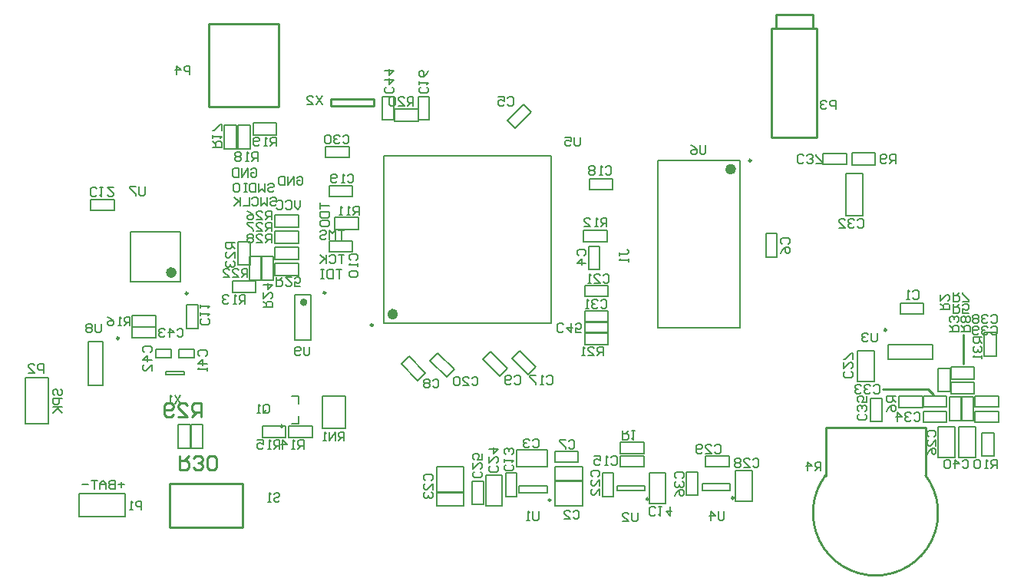
<source format=gbo>
%FSLAX25Y25*%
%MOIN*%
G70*
G01*
G75*
G04 Layer_Color=32896*
%ADD10C,0.02362*%
%ADD11C,0.02063*%
%ADD12R,0.01969X0.07874*%
%ADD13C,0.00984*%
%ADD14C,0.01000*%
%ADD15C,0.00787*%
%ADD16C,0.01969*%
%ADD17C,0.01378*%
%ADD18C,0.01181*%
%ADD19C,0.06000*%
%ADD20R,0.06000X0.06000*%
%ADD21C,0.05906*%
%ADD22R,0.05906X0.05906*%
%ADD23O,0.07874X0.11811*%
%ADD24C,0.09843*%
%ADD25C,0.07874*%
%ADD26R,0.05906X0.05906*%
%ADD27R,0.04724X0.06693*%
%ADD28C,0.02756*%
%ADD29C,0.02598*%
%ADD30R,0.03543X0.02362*%
%ADD31R,0.02756X0.03543*%
%ADD32R,0.02362X0.03543*%
%ADD33R,0.03543X0.02756*%
%ADD34R,0.05512X0.03937*%
G04:AMPARAMS|DCode=35|XSize=27.56mil|YSize=35.43mil|CornerRadius=0mil|HoleSize=0mil|Usage=FLASHONLY|Rotation=315.000|XOffset=0mil|YOffset=0mil|HoleType=Round|Shape=Rectangle|*
%AMROTATEDRECTD35*
4,1,4,-0.02227,-0.00278,0.00278,0.02227,0.02227,0.00278,-0.00278,-0.02227,-0.02227,-0.00278,0.0*
%
%ADD35ROTATEDRECTD35*%

%ADD36R,0.10236X0.04724*%
%ADD37R,0.02559X0.03543*%
%ADD38R,0.03937X0.05512*%
G04:AMPARAMS|DCode=39|XSize=27.56mil|YSize=35.43mil|CornerRadius=0mil|HoleSize=0mil|Usage=FLASHONLY|Rotation=45.000|XOffset=0mil|YOffset=0mil|HoleType=Round|Shape=Rectangle|*
%AMROTATEDRECTD39*
4,1,4,0.00278,-0.02227,-0.02227,0.00278,-0.00278,0.02227,0.02227,-0.00278,0.00278,-0.02227,0.0*
%
%ADD39ROTATEDRECTD39*%

%ADD40R,0.01575X0.02362*%
%ADD41R,0.02362X0.01575*%
%ADD42R,0.03937X0.00787*%
%ADD43R,0.03937X0.01969*%
%ADD44R,0.06299X0.05118*%
%ADD45R,0.03543X0.03937*%
%ADD46O,0.08661X0.02362*%
%ADD47O,0.01181X0.07087*%
%ADD48O,0.07087X0.01181*%
%ADD49O,0.05906X0.01969*%
%ADD50R,0.16929X0.16929*%
%ADD51R,0.02559X0.04331*%
%ADD52O,0.02362X0.08661*%
%ADD53R,0.01969X0.01969*%
%ADD54R,0.01969X0.01575*%
%ADD55R,0.05709X0.03150*%
%ADD56R,0.07087X0.09843*%
%ADD57R,0.01969X0.07874*%
%ADD58R,0.07874X0.07874*%
%ADD59R,0.06299X0.03937*%
%ADD60C,0.03937*%
%ADD61O,0.04724X0.02362*%
%ADD62C,0.02863*%
%ADD63R,0.02769X0.08674*%
%ADD64C,0.04331*%
%ADD65C,0.06800*%
%ADD66R,0.06800X0.06800*%
%ADD67C,0.00800*%
%ADD68C,0.06706*%
%ADD69R,0.06706X0.06706*%
%ADD70O,0.08674X0.12611*%
%ADD71C,0.10642*%
%ADD72C,0.08674*%
%ADD73R,0.06706X0.06706*%
%ADD74R,0.05524X0.07493*%
%ADD75R,0.04343X0.03162*%
%ADD76R,0.03556X0.04343*%
%ADD77R,0.03162X0.04343*%
%ADD78R,0.04343X0.03556*%
%ADD79R,0.06312X0.04737*%
G04:AMPARAMS|DCode=80|XSize=35.56mil|YSize=43.43mil|CornerRadius=0mil|HoleSize=0mil|Usage=FLASHONLY|Rotation=315.000|XOffset=0mil|YOffset=0mil|HoleType=Round|Shape=Rectangle|*
%AMROTATEDRECTD80*
4,1,4,-0.02793,-0.00278,0.00278,0.02793,0.02793,0.00278,-0.00278,-0.02793,-0.02793,-0.00278,0.0*
%
%ADD80ROTATEDRECTD80*%

%ADD81R,0.11036X0.05524*%
%ADD82R,0.03359X0.04343*%
%ADD83R,0.04737X0.06312*%
G04:AMPARAMS|DCode=84|XSize=35.56mil|YSize=43.43mil|CornerRadius=0mil|HoleSize=0mil|Usage=FLASHONLY|Rotation=45.000|XOffset=0mil|YOffset=0mil|HoleType=Round|Shape=Rectangle|*
%AMROTATEDRECTD84*
4,1,4,0.00278,-0.02793,-0.02793,0.00278,-0.00278,0.02793,0.02793,-0.00278,0.00278,-0.02793,0.0*
%
%ADD84ROTATEDRECTD84*%

%ADD85R,0.02375X0.03162*%
%ADD86R,0.03162X0.02375*%
%ADD87R,0.04737X0.01587*%
%ADD88R,0.04737X0.02769*%
%ADD89R,0.07099X0.05918*%
%ADD90R,0.04343X0.04737*%
%ADD91O,0.09461X0.03162*%
%ADD92O,0.01981X0.07887*%
%ADD93O,0.07887X0.01981*%
%ADD94O,0.06706X0.02769*%
%ADD95R,0.17729X0.17729*%
%ADD96R,0.03359X0.05131*%
%ADD97O,0.03162X0.09461*%
%ADD98R,0.02769X0.02769*%
%ADD99R,0.02769X0.02375*%
%ADD100R,0.06509X0.03950*%
%ADD101R,0.07887X0.10642*%
%ADD102R,0.02769X0.08674*%
%ADD103R,0.08674X0.08674*%
%ADD104R,0.07099X0.04737*%
%ADD105R,0.00800X0.00800*%
%ADD106C,0.01575*%
D10*
X269071Y412110D02*
G03*
X269071Y412110I-1181J0D01*
G01*
X511961Y456980D02*
G03*
X511961Y456980I-1181J0D01*
G01*
X365201Y394020D02*
G03*
X365201Y394020I-1181J0D01*
G01*
D13*
X432677Y313276D02*
G03*
X432677Y313276I-492J0D01*
G01*
X245138Y383543D02*
G03*
X245138Y383543I-492J0D01*
G01*
X275075Y403055D02*
G03*
X275075Y403055I-492J0D01*
G01*
X519736Y460720D02*
G03*
X519736Y460720I-492J0D01*
G01*
X355457Y389295D02*
G03*
X355457Y389295I-492J0D01*
G01*
X512177Y314276D02*
G03*
X512177Y314276I-492J0D01*
G01*
X475177Y313776D02*
G03*
X475177Y313776I-492J0D01*
G01*
X578449Y387146D02*
G03*
X578449Y387146I-492J0D01*
G01*
X316366Y345413D02*
G03*
X316366Y345413I-492J0D01*
G01*
X334941Y403346D02*
G03*
X334941Y403346I-492J0D01*
G01*
D14*
X551938Y323956D02*
G03*
X595497Y323956I21780J-16236D01*
G01*
X577000Y361500D02*
X596000D01*
X596500D01*
X599000Y359000D01*
X612000Y372500D02*
Y385000D01*
X383488Y316638D02*
X394512D01*
X337051Y484622D02*
Y487378D01*
X355949D01*
Y484622D02*
Y487378D01*
X337051Y484622D02*
X355949D01*
X267252Y320449D02*
X298748D01*
X267252Y301551D02*
Y320449D01*
Y301551D02*
X298748D01*
Y320449D01*
X595371Y323956D02*
Y344728D01*
X552064Y323956D02*
Y344728D01*
X595371D01*
X284146Y520110D02*
X314461D01*
Y484283D02*
Y520110D01*
X284146Y484283D02*
X314461D01*
X284146D02*
Y520110D01*
X530626Y518122D02*
Y524028D01*
X546374D01*
Y518122D02*
Y524028D01*
X548343Y470878D02*
Y518122D01*
X528657D02*
X548343D01*
X528657Y470878D02*
Y518122D01*
Y470878D02*
X548343D01*
X434988Y321862D02*
X446012D01*
X281000Y349500D02*
Y355498D01*
X278001D01*
X277001Y354498D01*
Y352499D01*
X278001Y351499D01*
X281000D01*
X279001D02*
X277001Y349500D01*
X271003D02*
X275002D01*
X271003Y353499D01*
Y354498D01*
X272003Y355498D01*
X274002D01*
X275002Y354498D01*
X269004Y350500D02*
X268004Y349500D01*
X266005D01*
X265005Y350500D01*
Y354498D01*
X266005Y355498D01*
X268004D01*
X269004Y354498D01*
Y353499D01*
X268004Y352499D01*
X265005D01*
X271500Y332500D02*
Y326502D01*
X274499D01*
X275499Y327502D01*
Y329501D01*
X274499Y330501D01*
X271500D01*
X273499D02*
X275499Y332500D01*
X277498Y327502D02*
X278498Y326502D01*
X280497D01*
X281497Y327502D01*
Y328501D01*
X280497Y329501D01*
X279497D01*
X280497D01*
X281497Y330501D01*
Y331500D01*
X280497Y332500D01*
X278498D01*
X277498Y331500D01*
X283496Y327502D02*
X284496Y326502D01*
X286495D01*
X287495Y327502D01*
Y331500D01*
X286495Y332500D01*
X284496D01*
X283496Y331500D01*
Y327502D01*
D15*
X620941Y375882D02*
Y386118D01*
X626059D01*
Y375882D02*
Y386118D01*
X620941Y375882D02*
X626059D01*
X276441Y335882D02*
Y346118D01*
X281559D01*
Y335882D02*
Y346118D01*
X276441Y335882D02*
X281559D01*
X276059D02*
Y346118D01*
X270941Y335882D02*
X276059D01*
X270941D02*
Y346118D01*
X276059D01*
X449382Y448138D02*
Y452862D01*
Y448138D02*
X459618D01*
Y452862D01*
X449382D02*
X459618D01*
X619941Y332382D02*
Y342618D01*
X625059D01*
Y332382D02*
Y342618D01*
X619941Y332382D02*
X625059D01*
X610941Y347882D02*
Y358118D01*
X616059D01*
Y347882D02*
Y358118D01*
X610941Y347882D02*
X616059D01*
X606382Y365941D02*
X616618D01*
X606382D02*
Y371059D01*
X616618D01*
Y365941D02*
Y371059D01*
X606382Y364559D02*
X616618D01*
Y359441D02*
Y364559D01*
X606382Y359441D02*
X616618D01*
X606382D02*
Y364559D01*
X616882Y347138D02*
Y351862D01*
Y347138D02*
X627118D01*
Y351862D01*
X616882D02*
X627118D01*
X616882Y353638D02*
Y358362D01*
Y353638D02*
X627118D01*
Y358362D01*
X616882D02*
X627118D01*
X446882Y430559D02*
X457118D01*
Y425441D02*
Y430559D01*
X446882Y425441D02*
X457118D01*
X446882D02*
Y430559D01*
X338882Y430941D02*
X349118D01*
X338882D02*
Y436059D01*
X349118D01*
Y430941D02*
Y436059D01*
X462882Y333441D02*
X473118D01*
X462882D02*
Y338559D01*
X473118D01*
Y333441D02*
Y338559D01*
X605941Y347882D02*
Y358118D01*
X611059D01*
Y347882D02*
Y358118D01*
X605941Y347882D02*
X611059D01*
X600941Y360382D02*
Y370618D01*
X606059D01*
Y360382D02*
Y370618D01*
X600941Y360382D02*
X606059D01*
X594382Y347138D02*
Y351862D01*
Y347138D02*
X604618D01*
Y351862D01*
X594382D02*
X604618D01*
X594382Y353638D02*
Y358362D01*
Y353638D02*
X604618D01*
Y358362D01*
X594382D02*
X604618D01*
X576362Y347382D02*
Y357618D01*
X571638Y347382D02*
X576362D01*
X571638D02*
Y357618D01*
X576362D01*
X550882Y459138D02*
X561118D01*
X550882D02*
Y463862D01*
X561118D01*
Y459138D02*
Y463862D01*
X462882Y332362D02*
X473118D01*
Y327638D02*
Y332362D01*
X462882Y327638D02*
X473118D01*
X462882D02*
Y332362D01*
X499882D02*
X510118D01*
Y327638D02*
Y332362D01*
X499882Y327638D02*
X510118D01*
X499882D02*
Y332362D01*
X447382Y385638D02*
Y390362D01*
Y385638D02*
X457618D01*
Y390362D01*
X447382D02*
X457618D01*
X290941Y476118D02*
X296059D01*
X290941Y465882D02*
Y476118D01*
Y465882D02*
X296059D01*
Y476118D01*
X303382Y471941D02*
Y477059D01*
Y471941D02*
X313618D01*
Y477059D01*
X303382D02*
X313618D01*
X296941Y415382D02*
X302059D01*
Y425618D01*
X296941D02*
X302059D01*
X296941Y415382D02*
Y425618D01*
X306941Y419118D02*
X312059D01*
X306941Y408882D02*
Y419118D01*
Y408882D02*
X312059D01*
Y419118D01*
X312882Y410941D02*
Y416059D01*
Y410941D02*
X323118D01*
Y416059D01*
X312882D02*
X323118D01*
X312882Y431941D02*
Y437059D01*
Y431941D02*
X323118D01*
Y437059D01*
X312882D02*
X323118D01*
X312882Y424941D02*
Y430059D01*
Y424941D02*
X323118D01*
Y430059D01*
X312882D02*
X323118D01*
X279362Y387882D02*
Y398118D01*
X274638Y387882D02*
X279362D01*
X274638D02*
Y398118D01*
X279362D01*
X573618Y458941D02*
Y464059D01*
X563382D02*
X573618D01*
X563382Y458941D02*
Y464059D01*
Y458941D02*
X573618D01*
X584382Y398862D02*
X594618D01*
Y394138D02*
Y398862D01*
X584382Y394138D02*
X594618D01*
X584382D02*
Y398862D01*
X608043Y331807D02*
Y345193D01*
X600957Y331807D02*
X608043D01*
X600957D02*
Y345193D01*
X608043D01*
X617043Y331807D02*
Y345193D01*
X609957Y331807D02*
X617043D01*
X609957D02*
Y345193D01*
X617043D01*
X594118Y353441D02*
Y358559D01*
X583882D02*
X594118D01*
X583882Y353441D02*
Y358559D01*
Y353441D02*
X594118D01*
X526138Y429118D02*
X530862D01*
X526138Y418882D02*
Y429118D01*
Y418882D02*
X530862D01*
Y429118D01*
X449138Y413382D02*
Y423618D01*
X453862D01*
Y413382D02*
Y423618D01*
X449138Y413382D02*
X453862D01*
X447382Y401638D02*
Y406362D01*
Y401638D02*
X457618D01*
Y406362D01*
X447382D02*
X457618D01*
X447382Y390638D02*
Y395362D01*
Y390638D02*
X457618D01*
Y395362D01*
X447382D02*
X457618D01*
X447382Y386059D02*
X457618D01*
Y380941D02*
Y386059D01*
X447382Y380941D02*
X457618D01*
X447382D02*
Y386059D01*
X415711Y374949D02*
X419051Y378289D01*
X415711Y374949D02*
X422949Y367711D01*
X426289Y371051D01*
X419051Y378289D02*
X426289Y371051D01*
X403211Y374449D02*
X406551Y377789D01*
X403211Y374449D02*
X410449Y367211D01*
X413789Y370551D01*
X406551Y377789D02*
X413789Y370551D01*
X380211Y373949D02*
X383551Y377289D01*
X380211Y373949D02*
X387449Y366711D01*
X390789Y370051D01*
X383551Y377289D02*
X390789Y370051D01*
X367711Y372449D02*
X371051Y375789D01*
X367711Y372449D02*
X374949Y365211D01*
X378289Y368551D01*
X371051Y375789D02*
X378289Y368551D01*
X383095Y310732D02*
Y327661D01*
Y310732D02*
X394905D01*
X383095Y327661D02*
X394905D01*
Y310732D02*
Y327661D01*
X403362Y311382D02*
Y321618D01*
X398638Y311382D02*
X403362D01*
X398638D02*
Y321618D01*
X403362D01*
X404457Y324193D02*
X411543D01*
X404457Y310807D02*
Y324193D01*
Y310807D02*
X411543D01*
Y324193D01*
X413138Y325118D02*
X417862D01*
X413138Y314882D02*
Y325118D01*
Y314882D02*
X417862D01*
Y325118D01*
X431102Y316622D02*
Y319378D01*
X418898Y316622D02*
Y319378D01*
Y316622D02*
X431102D01*
X418898Y319378D02*
X431102D01*
X431193Y327957D02*
Y335043D01*
X417807D02*
X431193D01*
X417807Y327957D02*
Y335043D01*
Y327957D02*
X431193D01*
X434382Y329638D02*
Y334362D01*
Y329638D02*
X444618D01*
Y334362D01*
X434382D02*
X444618D01*
X455138Y325118D02*
X459862D01*
X455138Y314882D02*
Y325118D01*
Y314882D02*
X459862D01*
Y325118D01*
X475457Y325193D02*
X482543D01*
X475457Y311807D02*
Y325193D01*
Y311807D02*
X482543D01*
Y325193D01*
X491638Y325618D02*
X496362D01*
X491638Y315382D02*
Y325618D01*
Y315382D02*
X496362D01*
Y325618D01*
X307382Y340441D02*
Y345559D01*
Y340441D02*
X317618D01*
Y345559D01*
X307382D02*
X317618D01*
X318882Y340441D02*
Y345559D01*
Y340441D02*
X329118D01*
Y345559D01*
X318882D02*
X329118D01*
X307059Y408882D02*
Y419118D01*
X301941Y408882D02*
X307059D01*
X301941D02*
Y419118D01*
X307059D01*
X346618Y445138D02*
Y449862D01*
X336382D02*
X346618D01*
X336382Y445138D02*
Y449862D01*
Y445138D02*
X346618D01*
Y421138D02*
Y425862D01*
X336382D02*
X346618D01*
X336382Y421138D02*
Y425862D01*
Y421138D02*
X346618D01*
X296941Y476118D02*
X302059D01*
X296941Y465882D02*
Y476118D01*
Y465882D02*
X302059D01*
Y476118D01*
X345118Y462138D02*
Y466862D01*
X334882D02*
X345118D01*
X334882Y462138D02*
Y466862D01*
Y462138D02*
X345118D01*
X364882Y477941D02*
Y483059D01*
Y477941D02*
X375118D01*
Y483059D01*
X364882D02*
X375118D01*
X375138Y478382D02*
X379862D01*
Y488618D01*
X375138D02*
X379862D01*
X375138Y478382D02*
Y488618D01*
X413711Y478051D02*
X417051Y474711D01*
X424289Y481949D01*
X420949Y485289D02*
X424289Y481949D01*
X413711Y478051D02*
X420949Y485289D01*
X204500Y346500D02*
Y366500D01*
X214500D01*
Y346500D02*
Y366500D01*
X204500Y346500D02*
X214500D01*
X271153Y378772D02*
X277847D01*
Y375228D02*
Y378772D01*
X271153Y375228D02*
X277847D01*
X271153D02*
Y378772D01*
X250882Y388441D02*
X261118D01*
X250882D02*
Y393559D01*
X261118D01*
Y388441D02*
Y393559D01*
Y383638D02*
Y388362D01*
X250882D02*
X261118D01*
X250882Y383638D02*
Y388362D01*
Y383638D02*
X261118D01*
X232882Y439138D02*
X243118D01*
X232882D02*
Y443862D01*
X243118D01*
Y439138D02*
Y443862D01*
X265563Y369287D02*
X273437D01*
Y367909D02*
Y369287D01*
X265563Y367909D02*
X273437D01*
X265563D02*
Y369287D01*
X238150Y363000D02*
Y382185D01*
X231850Y363000D02*
Y382185D01*
X238150D01*
X231850Y363000D02*
X238150D01*
X250173Y408173D02*
X271827D01*
X250173Y429827D02*
X271827D01*
Y408173D02*
Y429827D01*
X250173Y408173D02*
Y429827D01*
X479284Y388083D02*
X514716D01*
X479284Y460917D02*
X514716D01*
X479284Y388083D02*
Y460917D01*
X514716Y388083D02*
Y460917D01*
X360083Y390083D02*
Y462917D01*
X432917Y390083D02*
Y462917D01*
X360083Y390083D02*
X432917D01*
X360083Y462917D02*
X432917D01*
X510602Y317622D02*
Y320378D01*
X498398Y317622D02*
Y320378D01*
Y317622D02*
X510602D01*
X498398Y320378D02*
X510602D01*
X461398Y319484D02*
X473602D01*
X461398Y317516D02*
X473602D01*
X461398D02*
Y319484D01*
X473602Y317516D02*
Y319484D01*
X598500Y374350D02*
Y380650D01*
X579315Y374350D02*
Y380650D01*
Y374350D02*
X598500D01*
X579315Y380650D02*
X598500D01*
X333382Y358390D02*
X343618D01*
Y344610D02*
Y358390D01*
X333382Y344610D02*
X343618D01*
X333382D02*
Y358390D01*
X312882Y417941D02*
Y423059D01*
Y417941D02*
X323118D01*
Y423059D01*
X312882D02*
X323118D01*
X294382Y408559D02*
X304618D01*
Y403441D02*
Y408559D01*
X294382Y403441D02*
X304618D01*
X294382D02*
Y408559D01*
X320106Y346595D02*
X323256D01*
Y349744D01*
X320106Y358405D02*
X323256D01*
Y355256D02*
Y358405D01*
X228000Y316000D02*
X248000D01*
Y306000D02*
Y316000D01*
X228000Y306000D02*
X248000D01*
X228000D02*
Y316000D01*
X359638Y478382D02*
X364362D01*
Y488618D01*
X359638D02*
X364362D01*
X359638Y478382D02*
Y488618D01*
X261154Y378772D02*
X267846D01*
Y375228D02*
Y378772D01*
X261154Y375228D02*
X267846D01*
X261154D02*
Y378772D01*
X512957Y326193D02*
X520043D01*
X512957Y312807D02*
Y326193D01*
Y312807D02*
X520043D01*
Y326193D01*
X560760Y436945D02*
X568240D01*
Y455055D01*
X560760D02*
X568240D01*
X560760Y436945D02*
Y455055D01*
X573043Y364807D02*
Y378193D01*
X565957Y364807D02*
X573043D01*
X565957D02*
Y378193D01*
X573043D01*
X321457Y382658D02*
X328543D01*
X321457Y402343D02*
X328543D01*
X321457Y382658D02*
Y402343D01*
X328543Y382658D02*
Y402343D01*
X446406Y310839D02*
Y327768D01*
X434594D02*
X446406D01*
X434594Y310839D02*
X446406D01*
X434594D02*
Y327768D01*
X620000Y384000D02*
X616064D01*
Y382032D01*
X616720Y381376D01*
X618032D01*
X618688Y382032D01*
Y384000D01*
Y382688D02*
X620000Y381376D01*
X616720Y380064D02*
X616064Y379408D01*
Y378096D01*
X616720Y377440D01*
X617376D01*
X618032Y378096D01*
Y378752D01*
Y378096D01*
X618688Y377440D01*
X619344D01*
X620000Y378096D01*
Y379408D01*
X619344Y380064D01*
X620000Y376129D02*
Y374817D01*
Y375473D01*
X616064D01*
X616720Y376129D01*
X626500Y327000D02*
Y330936D01*
X624532D01*
X623876Y330280D01*
Y328968D01*
X624532Y328312D01*
X626500D01*
X625188D02*
X623876Y327000D01*
X622564D02*
X621252D01*
X621908D01*
Y330936D01*
X622564Y330280D01*
X619284D02*
X618629Y330936D01*
X617317D01*
X616661Y330280D01*
Y327656D01*
X617317Y327000D01*
X618629D01*
X619284Y327656D01*
Y330280D01*
X611000Y386500D02*
X614936D01*
Y388468D01*
X614280Y389124D01*
X612968D01*
X612312Y388468D01*
Y386500D01*
Y387812D02*
X611000Y389124D01*
X614280Y390436D02*
X614936Y391092D01*
Y392404D01*
X614280Y393060D01*
X613624D01*
X612968Y392404D01*
X612312Y393060D01*
X611656D01*
X611000Y392404D01*
Y391092D01*
X611656Y390436D01*
X612312D01*
X612968Y391092D01*
X613624Y390436D01*
X614280D01*
X612968Y391092D02*
Y392404D01*
X607500Y403500D02*
Y399564D01*
X609468D01*
X610124Y400220D01*
Y401532D01*
X609468Y402188D01*
X607500D01*
X608812D02*
X610124Y403500D01*
X611436Y399564D02*
X614060D01*
Y400220D01*
X611436Y402844D01*
Y403500D01*
X607500Y398500D02*
Y394564D01*
X609468D01*
X610124Y395220D01*
Y396532D01*
X609468Y397188D01*
X607500D01*
X608812D02*
X610124Y398500D01*
X614060Y394564D02*
X611436D01*
Y396532D01*
X612748Y395876D01*
X613404D01*
X614060Y396532D01*
Y397844D01*
X613404Y398500D01*
X612092D01*
X611436Y397844D01*
X611376Y330280D02*
X612032Y330936D01*
X613344D01*
X614000Y330280D01*
Y327656D01*
X613344Y327000D01*
X612032D01*
X611376Y327656D01*
X608096Y327000D02*
Y330936D01*
X610064Y328968D01*
X607440D01*
X606129Y330280D02*
X605473Y330936D01*
X604161D01*
X603505Y330280D01*
Y327656D01*
X604161Y327000D01*
X605473D01*
X606129Y327656D01*
Y330280D01*
X623876Y388280D02*
X624532Y388936D01*
X625844D01*
X626500Y388280D01*
Y385656D01*
X625844Y385000D01*
X624532D01*
X623876Y385656D01*
X622564Y388280D02*
X621908Y388936D01*
X620596D01*
X619940Y388280D01*
Y387624D01*
X620596Y386968D01*
X621252D01*
X620596D01*
X619940Y386312D01*
Y385656D01*
X620596Y385000D01*
X621908D01*
X622564Y385656D01*
X618629D02*
X617973Y385000D01*
X616661D01*
X616005Y385656D01*
Y388280D01*
X616661Y388936D01*
X617973D01*
X618629Y388280D01*
Y387624D01*
X617973Y386968D01*
X616005D01*
X623876Y393280D02*
X624532Y393936D01*
X625844D01*
X626500Y393280D01*
Y390656D01*
X625844Y390000D01*
X624532D01*
X623876Y390656D01*
X622564Y393280D02*
X621908Y393936D01*
X620596D01*
X619940Y393280D01*
Y392624D01*
X620596Y391968D01*
X621252D01*
X620596D01*
X619940Y391312D01*
Y390656D01*
X620596Y390000D01*
X621908D01*
X622564Y390656D01*
X618629Y393280D02*
X617973Y393936D01*
X616661D01*
X616005Y393280D01*
Y392624D01*
X616661Y391968D01*
X616005Y391312D01*
Y390656D01*
X616661Y390000D01*
X617973D01*
X618629Y390656D01*
Y391312D01*
X617973Y391968D01*
X618629Y392624D01*
Y393280D01*
X617973Y391968D02*
X616661D01*
X457000Y432000D02*
Y435936D01*
X455032D01*
X454376Y435280D01*
Y433968D01*
X455032Y433312D01*
X457000D01*
X455688D02*
X454376Y432000D01*
X453064D02*
X451752D01*
X452408D01*
Y435936D01*
X453064Y435280D01*
X447161Y432000D02*
X449785D01*
X447161Y434624D01*
Y435280D01*
X447817Y435936D01*
X449128D01*
X449785Y435280D01*
X349500Y437000D02*
Y440936D01*
X347532D01*
X346876Y440280D01*
Y438968D01*
X347532Y438312D01*
X349500D01*
X348188D02*
X346876Y437000D01*
X345564D02*
X344252D01*
X344908D01*
Y440936D01*
X345564Y440280D01*
X342284Y437000D02*
X340973D01*
X341629D01*
Y440936D01*
X342284Y440280D01*
X455500Y376000D02*
Y379936D01*
X453532D01*
X452876Y379280D01*
Y377968D01*
X453532Y377312D01*
X455500D01*
X454188D02*
X452876Y376000D01*
X448940D02*
X451564D01*
X448940Y378624D01*
Y379280D01*
X449596Y379936D01*
X450908D01*
X451564Y379280D01*
X447628Y376000D02*
X446317D01*
X446973D01*
Y379936D01*
X447628Y379280D01*
X301000Y410000D02*
Y413936D01*
X299032D01*
X298376Y413280D01*
Y411968D01*
X299032Y411312D01*
X301000D01*
X299688D02*
X298376Y410000D01*
X294440D02*
X297064D01*
X294440Y412624D01*
Y413280D01*
X295096Y413936D01*
X296408D01*
X297064Y413280D01*
X290505Y410000D02*
X293128D01*
X290505Y412624D01*
Y413280D01*
X291161Y413936D01*
X292473D01*
X293128Y413280D01*
X454376Y399780D02*
X455032Y400436D01*
X456344D01*
X457000Y399780D01*
Y397156D01*
X456344Y396500D01*
X455032D01*
X454376Y397156D01*
X453064Y399780D02*
X452408Y400436D01*
X451096D01*
X450440Y399780D01*
Y399124D01*
X451096Y398468D01*
X451752D01*
X451096D01*
X450440Y397812D01*
Y397156D01*
X451096Y396500D01*
X452408D01*
X453064Y397156D01*
X449128Y396500D02*
X447817D01*
X448473D01*
Y400436D01*
X449128Y399780D01*
X250000Y389000D02*
Y392936D01*
X248032D01*
X247376Y392280D01*
Y390968D01*
X248032Y390312D01*
X250000D01*
X248688D02*
X247376Y389000D01*
X246064D02*
X244752D01*
X245408D01*
Y392936D01*
X246064Y392280D01*
X240161Y392936D02*
X241473Y392280D01*
X242785Y390968D01*
Y389656D01*
X242128Y389000D01*
X240817D01*
X240161Y389656D01*
Y390312D01*
X240817Y390968D01*
X242785D01*
X270376Y387280D02*
X271032Y387936D01*
X272344D01*
X273000Y387280D01*
Y384656D01*
X272344Y384000D01*
X271032D01*
X270376Y384656D01*
X267096Y384000D02*
Y387936D01*
X269064Y385968D01*
X266440D01*
X265128Y387280D02*
X264473Y387936D01*
X263161D01*
X262505Y387280D01*
Y386624D01*
X263161Y385968D01*
X263817D01*
X263161D01*
X262505Y385312D01*
Y384656D01*
X263161Y384000D01*
X264473D01*
X265128Y384656D01*
X464000Y343500D02*
Y339564D01*
X465968D01*
X466624Y340220D01*
Y341532D01*
X465968Y342188D01*
X464000D01*
X465312D02*
X466624Y343500D01*
X467936D02*
X469248D01*
X468592D01*
Y339564D01*
X467936Y340220D01*
X606000Y386500D02*
X609936D01*
Y388468D01*
X609280Y389124D01*
X607968D01*
X607312Y388468D01*
Y386500D01*
Y387812D02*
X606000Y389124D01*
X609280Y390436D02*
X609936Y391092D01*
Y392404D01*
X609280Y393060D01*
X608624D01*
X607968Y392404D01*
Y391748D01*
Y392404D01*
X607312Y393060D01*
X606656D01*
X606000Y392404D01*
Y391092D01*
X606656Y390436D01*
X602000Y396000D02*
X605936D01*
Y397968D01*
X605280Y398624D01*
X603968D01*
X603312Y397968D01*
Y396000D01*
Y397312D02*
X602000Y398624D01*
Y402560D02*
Y399936D01*
X604624Y402560D01*
X605280D01*
X605936Y401904D01*
Y400592D01*
X605280Y399936D01*
X590376Y350780D02*
X591032Y351436D01*
X592344D01*
X593000Y350780D01*
Y348156D01*
X592344Y347500D01*
X591032D01*
X590376Y348156D01*
X589064Y350780D02*
X588408Y351436D01*
X587096D01*
X586440Y350780D01*
Y350124D01*
X587096Y349468D01*
X587752D01*
X587096D01*
X586440Y348812D01*
Y348156D01*
X587096Y347500D01*
X588408D01*
X589064Y348156D01*
X583161Y347500D02*
Y351436D01*
X585128Y349468D01*
X582505D01*
X572876Y362780D02*
X573532Y363436D01*
X574844D01*
X575500Y362780D01*
Y360156D01*
X574844Y359500D01*
X573532D01*
X572876Y360156D01*
X571564Y362780D02*
X570908Y363436D01*
X569596D01*
X568940Y362780D01*
Y362124D01*
X569596Y361468D01*
X570252D01*
X569596D01*
X568940Y360812D01*
Y360156D01*
X569596Y359500D01*
X570908D01*
X571564Y360156D01*
X567628Y362780D02*
X566973Y363436D01*
X565661D01*
X565005Y362780D01*
Y362124D01*
X565661Y361468D01*
X566317D01*
X565661D01*
X565005Y360812D01*
Y360156D01*
X565661Y359500D01*
X566973D01*
X567628Y360156D01*
X596720Y340876D02*
X596064Y341532D01*
Y342844D01*
X596720Y343500D01*
X599344D01*
X600000Y342844D01*
Y341532D01*
X599344Y340876D01*
X600000Y336940D02*
Y339564D01*
X597376Y336940D01*
X596720D01*
X596064Y337596D01*
Y338908D01*
X596720Y339564D01*
X596064Y333005D02*
X596720Y334317D01*
X598032Y335629D01*
X599344D01*
X600000Y334973D01*
Y333661D01*
X599344Y333005D01*
X598688D01*
X598032Y333661D01*
Y335629D01*
X378220Y321876D02*
X377564Y322532D01*
Y323844D01*
X378220Y324500D01*
X380844D01*
X381500Y323844D01*
Y322532D01*
X380844Y321876D01*
X381500Y317940D02*
Y320564D01*
X378876Y317940D01*
X378220D01*
X377564Y318596D01*
Y319908D01*
X378220Y320564D01*
Y316629D02*
X377564Y315973D01*
Y314661D01*
X378220Y314005D01*
X378876D01*
X379532Y314661D01*
Y315317D01*
Y314661D01*
X380188Y314005D01*
X380844D01*
X381500Y314661D01*
Y315973D01*
X380844Y316629D01*
X442376Y308280D02*
X443032Y308936D01*
X444344D01*
X445000Y308280D01*
Y305656D01*
X444344Y305000D01*
X443032D01*
X442376Y305656D01*
X438440Y305000D02*
X441064D01*
X438440Y307624D01*
Y308280D01*
X439096Y308936D01*
X440408D01*
X441064Y308280D01*
X328000Y379936D02*
Y376656D01*
X327344Y376000D01*
X326032D01*
X325376Y376656D01*
Y379936D01*
X324064Y376656D02*
X323408Y376000D01*
X322096D01*
X321440Y376656D01*
Y379280D01*
X322096Y379936D01*
X323408D01*
X324064Y379280D01*
Y378624D01*
X323408Y377968D01*
X321440D01*
X589876Y403780D02*
X590532Y404436D01*
X591844D01*
X592500Y403780D01*
Y401156D01*
X591844Y400500D01*
X590532D01*
X589876Y401156D01*
X588564Y400500D02*
X587252D01*
X587908D01*
Y404436D01*
X588564Y403780D01*
X424876Y339280D02*
X425532Y339936D01*
X426844D01*
X427500Y339280D01*
Y336656D01*
X426844Y336000D01*
X425532D01*
X424876Y336656D01*
X423564Y339280D02*
X422908Y339936D01*
X421596D01*
X420940Y339280D01*
Y338624D01*
X421596Y337968D01*
X422252D01*
X421596D01*
X420940Y337312D01*
Y336656D01*
X421596Y336000D01*
X422908D01*
X423564Y336656D01*
X444720Y419376D02*
X444064Y420032D01*
Y421344D01*
X444720Y422000D01*
X447344D01*
X448000Y421344D01*
Y420032D01*
X447344Y419376D01*
X448000Y416096D02*
X444064D01*
X446032Y418064D01*
Y415440D01*
X413876Y487780D02*
X414532Y488436D01*
X415844D01*
X416500Y487780D01*
Y485156D01*
X415844Y484500D01*
X414532D01*
X413876Y485156D01*
X409940Y488436D02*
X412564D01*
Y486468D01*
X411252Y487124D01*
X410596D01*
X409940Y486468D01*
Y485156D01*
X410596Y484500D01*
X411908D01*
X412564Y485156D01*
X533220Y424376D02*
X532564Y425032D01*
Y426344D01*
X533220Y427000D01*
X535844D01*
X536500Y426344D01*
Y425032D01*
X535844Y424376D01*
X532564Y420440D02*
X533220Y421752D01*
X534532Y423064D01*
X535844D01*
X536500Y422408D01*
Y421096D01*
X535844Y420440D01*
X535188D01*
X534532Y421096D01*
Y423064D01*
X440376Y338780D02*
X441032Y339436D01*
X442344D01*
X443000Y338780D01*
Y336156D01*
X442344Y335500D01*
X441032D01*
X440376Y336156D01*
X439064Y339436D02*
X436440D01*
Y338780D01*
X439064Y336156D01*
Y335500D01*
X381376Y365280D02*
X382032Y365936D01*
X383344D01*
X384000Y365280D01*
Y362656D01*
X383344Y362000D01*
X382032D01*
X381376Y362656D01*
X380064Y365280D02*
X379408Y365936D01*
X378096D01*
X377440Y365280D01*
Y364624D01*
X378096Y363968D01*
X377440Y363312D01*
Y362656D01*
X378096Y362000D01*
X379408D01*
X380064Y362656D01*
Y363312D01*
X379408Y363968D01*
X380064Y364624D01*
Y365280D01*
X379408Y363968D02*
X378096D01*
X416876Y366780D02*
X417532Y367436D01*
X418844D01*
X419500Y366780D01*
Y364156D01*
X418844Y363500D01*
X417532D01*
X416876Y364156D01*
X415564D02*
X414908Y363500D01*
X413596D01*
X412940Y364156D01*
Y366780D01*
X413596Y367436D01*
X414908D01*
X415564Y366780D01*
Y366124D01*
X414908Y365468D01*
X412940D01*
X345720Y417376D02*
X345064Y418032D01*
Y419344D01*
X345720Y420000D01*
X348344D01*
X349000Y419344D01*
Y418032D01*
X348344Y417376D01*
X349000Y416064D02*
Y414752D01*
Y415408D01*
X345064D01*
X345720Y416064D01*
Y412784D02*
X345064Y412128D01*
Y410817D01*
X345720Y410161D01*
X348344D01*
X349000Y410817D01*
Y412128D01*
X348344Y412784D01*
X345720D01*
X409280Y328124D02*
X409936Y327468D01*
Y326156D01*
X409280Y325500D01*
X406656D01*
X406000Y326156D01*
Y327468D01*
X406656Y328124D01*
X406000Y332060D02*
Y329436D01*
X408624Y332060D01*
X409280D01*
X409936Y331404D01*
Y330092D01*
X409280Y329436D01*
X406000Y335339D02*
X409936D01*
X407968Y333371D01*
Y335995D01*
X402280Y325624D02*
X402936Y324968D01*
Y323656D01*
X402280Y323000D01*
X399656D01*
X399000Y323656D01*
Y324968D01*
X399656Y325624D01*
X399000Y329560D02*
Y326936D01*
X401624Y329560D01*
X402280D01*
X402936Y328904D01*
Y327592D01*
X402280Y326936D01*
X402936Y333495D02*
Y330872D01*
X400968D01*
X401624Y332183D01*
Y332839D01*
X400968Y333495D01*
X399656D01*
X399000Y332839D01*
Y331527D01*
X399656Y330872D01*
X415780Y328624D02*
X416436Y327968D01*
Y326656D01*
X415780Y326000D01*
X413156D01*
X412500Y326656D01*
Y327968D01*
X413156Y328624D01*
X412500Y329936D02*
Y331248D01*
Y330592D01*
X416436D01*
X415780Y329936D01*
Y333215D02*
X416436Y333872D01*
Y335183D01*
X415780Y335839D01*
X415124D01*
X414468Y335183D01*
Y334527D01*
Y335183D01*
X413812Y335839D01*
X413156D01*
X412500Y335183D01*
Y333872D01*
X413156Y333215D01*
X563280Y369124D02*
X563936Y368468D01*
Y367156D01*
X563280Y366500D01*
X560656D01*
X560000Y367156D01*
Y368468D01*
X560656Y369124D01*
X560000Y373060D02*
Y370436D01*
X562624Y373060D01*
X563280D01*
X563936Y372404D01*
Y371092D01*
X563280Y370436D01*
X563936Y374372D02*
Y376995D01*
X563280D01*
X560656Y374372D01*
X560000D01*
X565876Y434780D02*
X566532Y435436D01*
X567844D01*
X568500Y434780D01*
Y432156D01*
X567844Y431500D01*
X566532D01*
X565876Y432156D01*
X564564Y434780D02*
X563908Y435436D01*
X562596D01*
X561940Y434780D01*
Y434124D01*
X562596Y433468D01*
X563252D01*
X562596D01*
X561940Y432812D01*
Y432156D01*
X562596Y431500D01*
X563908D01*
X564564Y432156D01*
X558005Y431500D02*
X560629D01*
X558005Y434124D01*
Y434780D01*
X558661Y435436D01*
X559973D01*
X560629Y434780D01*
X569280Y350624D02*
X569936Y349968D01*
Y348656D01*
X569280Y348000D01*
X566656D01*
X566000Y348656D01*
Y349968D01*
X566656Y350624D01*
X569280Y351936D02*
X569936Y352592D01*
Y353904D01*
X569280Y354560D01*
X568624D01*
X567968Y353904D01*
Y353248D01*
Y353904D01*
X567312Y354560D01*
X566656D01*
X566000Y353904D01*
Y352592D01*
X566656Y351936D01*
X569936Y358495D02*
Y355872D01*
X567968D01*
X568624Y357183D01*
Y357839D01*
X567968Y358495D01*
X566656D01*
X566000Y357839D01*
Y356527D01*
X566656Y355872D01*
X542624Y460220D02*
X541968Y459564D01*
X540656D01*
X540000Y460220D01*
Y462844D01*
X540656Y463500D01*
X541968D01*
X542624Y462844D01*
X543936Y460220D02*
X544592Y459564D01*
X545904D01*
X546560Y460220D01*
Y460876D01*
X545904Y461532D01*
X545248D01*
X545904D01*
X546560Y462188D01*
Y462844D01*
X545904Y463500D01*
X544592D01*
X543936Y462844D01*
X547871Y459564D02*
X550495D01*
Y460220D01*
X547871Y462844D01*
Y463500D01*
X478124Y307220D02*
X477468Y306564D01*
X476156D01*
X475500Y307220D01*
Y309844D01*
X476156Y310500D01*
X477468D01*
X478124Y309844D01*
X479436Y310500D02*
X480748D01*
X480092D01*
Y306564D01*
X479436Y307220D01*
X484683Y310500D02*
Y306564D01*
X482716Y308532D01*
X485339D01*
X458876Y331780D02*
X459532Y332436D01*
X460844D01*
X461500Y331780D01*
Y329156D01*
X460844Y328500D01*
X459532D01*
X458876Y329156D01*
X457564Y328500D02*
X456252D01*
X456908D01*
Y332436D01*
X457564Y331780D01*
X451661Y332436D02*
X454284D01*
Y330468D01*
X452973Y331124D01*
X452317D01*
X451661Y330468D01*
Y329156D01*
X452317Y328500D01*
X453628D01*
X454284Y329156D01*
X378780Y492624D02*
X379436Y491968D01*
Y490656D01*
X378780Y490000D01*
X376156D01*
X375500Y490656D01*
Y491968D01*
X376156Y492624D01*
X375500Y493936D02*
Y495248D01*
Y494592D01*
X379436D01*
X378780Y493936D01*
X379436Y499839D02*
X378780Y498527D01*
X377468Y497216D01*
X376156D01*
X375500Y497871D01*
Y499183D01*
X376156Y499839D01*
X376812D01*
X377468Y499183D01*
Y497216D01*
X430876Y366780D02*
X431532Y367436D01*
X432844D01*
X433500Y366780D01*
Y364156D01*
X432844Y363500D01*
X431532D01*
X430876Y364156D01*
X429564Y363500D02*
X428252D01*
X428908D01*
Y367436D01*
X429564Y366780D01*
X426285Y367436D02*
X423661D01*
Y366780D01*
X426285Y364156D01*
Y363500D01*
X456376Y457780D02*
X457032Y458436D01*
X458344D01*
X459000Y457780D01*
Y455156D01*
X458344Y454500D01*
X457032D01*
X456376Y455156D01*
X455064Y454500D02*
X453752D01*
X454408D01*
Y458436D01*
X455064Y457780D01*
X451785D02*
X451128Y458436D01*
X449817D01*
X449161Y457780D01*
Y457124D01*
X449817Y456468D01*
X449161Y455812D01*
Y455156D01*
X449817Y454500D01*
X451128D01*
X451785Y455156D01*
Y455812D01*
X451128Y456468D01*
X451785Y457124D01*
Y457780D01*
X451128Y456468D02*
X449817D01*
X344376Y454280D02*
X345032Y454936D01*
X346344D01*
X347000Y454280D01*
Y451656D01*
X346344Y451000D01*
X345032D01*
X344376Y451656D01*
X343064Y451000D02*
X341752D01*
X342408D01*
Y454936D01*
X343064Y454280D01*
X339785Y451656D02*
X339128Y451000D01*
X337817D01*
X337161Y451656D01*
Y454280D01*
X337817Y454936D01*
X339128D01*
X339785Y454280D01*
Y453624D01*
X339128Y452968D01*
X337161D01*
X398376Y366280D02*
X399032Y366936D01*
X400344D01*
X401000Y366280D01*
Y363656D01*
X400344Y363000D01*
X399032D01*
X398376Y363656D01*
X394440Y363000D02*
X397064D01*
X394440Y365624D01*
Y366280D01*
X395096Y366936D01*
X396408D01*
X397064Y366280D01*
X393128D02*
X392473Y366936D01*
X391161D01*
X390505Y366280D01*
Y363656D01*
X391161Y363000D01*
X392473D01*
X393128Y363656D01*
Y366280D01*
X455376Y410780D02*
X456032Y411436D01*
X457344D01*
X458000Y410780D01*
Y408156D01*
X457344Y407500D01*
X456032D01*
X455376Y408156D01*
X451440Y407500D02*
X454064D01*
X451440Y410124D01*
Y410780D01*
X452096Y411436D01*
X453408D01*
X454064Y410780D01*
X450129Y407500D02*
X448817D01*
X449473D01*
Y411436D01*
X450129Y410780D01*
X450720Y323376D02*
X450064Y324032D01*
Y325344D01*
X450720Y326000D01*
X453344D01*
X454000Y325344D01*
Y324032D01*
X453344Y323376D01*
X454000Y319440D02*
Y322064D01*
X451376Y319440D01*
X450720D01*
X450064Y320096D01*
Y321408D01*
X450720Y322064D01*
X454000Y315505D02*
Y318128D01*
X451376Y315505D01*
X450720D01*
X450064Y316161D01*
Y317473D01*
X450720Y318128D01*
X520376Y330780D02*
X521032Y331436D01*
X522344D01*
X523000Y330780D01*
Y328156D01*
X522344Y327500D01*
X521032D01*
X520376Y328156D01*
X516440Y327500D02*
X519064D01*
X516440Y330124D01*
Y330780D01*
X517096Y331436D01*
X518408D01*
X519064Y330780D01*
X515129D02*
X514473Y331436D01*
X513161D01*
X512505Y330780D01*
Y330124D01*
X513161Y329468D01*
X512505Y328812D01*
Y328156D01*
X513161Y327500D01*
X514473D01*
X515129Y328156D01*
Y328812D01*
X514473Y329468D01*
X515129Y330124D01*
Y330780D01*
X514473Y329468D02*
X513161D01*
X503876Y336780D02*
X504532Y337436D01*
X505844D01*
X506500Y336780D01*
Y334156D01*
X505844Y333500D01*
X504532D01*
X503876Y334156D01*
X499940Y333500D02*
X502564D01*
X499940Y336124D01*
Y336780D01*
X500596Y337436D01*
X501908D01*
X502564Y336780D01*
X498629Y334156D02*
X497973Y333500D01*
X496661D01*
X496005Y334156D01*
Y336780D01*
X496661Y337436D01*
X497973D01*
X498629Y336780D01*
Y336124D01*
X497973Y335468D01*
X496005D01*
X342376Y471280D02*
X343032Y471936D01*
X344344D01*
X345000Y471280D01*
Y468656D01*
X344344Y468000D01*
X343032D01*
X342376Y468656D01*
X341064Y471280D02*
X340408Y471936D01*
X339096D01*
X338440Y471280D01*
Y470624D01*
X339096Y469968D01*
X339752D01*
X339096D01*
X338440Y469312D01*
Y468656D01*
X339096Y468000D01*
X340408D01*
X341064Y468656D01*
X337128Y471280D02*
X336473Y471936D01*
X335161D01*
X334505Y471280D01*
Y468656D01*
X335161Y468000D01*
X336473D01*
X337128Y468656D01*
Y471280D01*
X487220Y322876D02*
X486564Y323532D01*
Y324844D01*
X487220Y325500D01*
X489844D01*
X490500Y324844D01*
Y323532D01*
X489844Y322876D01*
X487220Y321564D02*
X486564Y320908D01*
Y319596D01*
X487220Y318940D01*
X487876D01*
X488532Y319596D01*
Y320252D01*
Y319596D01*
X489188Y318940D01*
X489844D01*
X490500Y319596D01*
Y320908D01*
X489844Y321564D01*
X486564Y315005D02*
X487220Y316317D01*
X488532Y317629D01*
X489844D01*
X490500Y316973D01*
Y315661D01*
X489844Y315005D01*
X489188D01*
X488532Y315661D01*
Y317629D01*
X280220Y375876D02*
X279564Y376532D01*
Y377844D01*
X280220Y378500D01*
X282844D01*
X283500Y377844D01*
Y376532D01*
X282844Y375876D01*
X283500Y372596D02*
X279564D01*
X281532Y374564D01*
Y371940D01*
X283500Y370628D02*
Y369317D01*
Y369973D01*
X279564D01*
X280220Y370628D01*
X256220Y377376D02*
X255564Y378032D01*
Y379344D01*
X256220Y380000D01*
X258844D01*
X259500Y379344D01*
Y378032D01*
X258844Y377376D01*
X259500Y374096D02*
X255564D01*
X257532Y376064D01*
Y373440D01*
X259500Y369505D02*
Y372129D01*
X256876Y369505D01*
X256220D01*
X255564Y370161D01*
Y371473D01*
X256220Y372129D01*
X438124Y386720D02*
X437468Y386064D01*
X436156D01*
X435500Y386720D01*
Y389344D01*
X436156Y390000D01*
X437468D01*
X438124Y389344D01*
X441404Y390000D02*
Y386064D01*
X439436Y388032D01*
X442060D01*
X445995Y386064D02*
X443371D01*
Y388032D01*
X444683Y387376D01*
X445339D01*
X445995Y388032D01*
Y389344D01*
X445339Y390000D01*
X444027D01*
X443371Y389344D01*
X363780Y492624D02*
X364436Y491968D01*
Y490656D01*
X363780Y490000D01*
X361156D01*
X360500Y490656D01*
Y491968D01*
X361156Y492624D01*
X360500Y495904D02*
X364436D01*
X362468Y493936D01*
Y496560D01*
X360500Y499839D02*
X364436D01*
X362468Y497871D01*
Y500495D01*
X212500Y368500D02*
Y372436D01*
X210532D01*
X209876Y371780D01*
Y370468D01*
X210532Y369812D01*
X212500D01*
X205940Y368500D02*
X208564D01*
X205940Y371124D01*
Y371780D01*
X206596Y372436D01*
X207908D01*
X208564Y371780D01*
X556500Y483000D02*
Y486936D01*
X554532D01*
X553876Y486280D01*
Y484968D01*
X554532Y484312D01*
X556500D01*
X552564Y486280D02*
X551908Y486936D01*
X550596D01*
X549940Y486280D01*
Y485624D01*
X550596Y484968D01*
X551252D01*
X550596D01*
X549940Y484312D01*
Y483656D01*
X550596Y483000D01*
X551908D01*
X552564Y483656D01*
X255000Y309000D02*
Y312936D01*
X253032D01*
X252376Y312280D01*
Y310968D01*
X253032Y310312D01*
X255000D01*
X251064Y309000D02*
X249752D01*
X250408D01*
Y312936D01*
X251064Y312280D01*
X276000Y498000D02*
Y501936D01*
X274032D01*
X273376Y501280D01*
Y499968D01*
X274032Y499312D01*
X276000D01*
X270096Y498000D02*
Y501936D01*
X272064Y499968D01*
X269440D01*
X307876Y351656D02*
Y354280D01*
X308532Y354936D01*
X309844D01*
X310500Y354280D01*
Y351656D01*
X309844Y351000D01*
X308532D01*
X309188Y352312D02*
X307876Y351000D01*
X308532D02*
X307876Y351656D01*
X306564Y351000D02*
X305252D01*
X305908D01*
Y354936D01*
X306564Y354280D01*
X550000Y326000D02*
Y329936D01*
X548032D01*
X547376Y329280D01*
Y327968D01*
X548032Y327312D01*
X550000D01*
X548688D02*
X547376Y326000D01*
X544096D02*
Y329936D01*
X546064Y327968D01*
X543440D01*
X582500Y358500D02*
X578564D01*
Y356532D01*
X579220Y355876D01*
X580532D01*
X581188Y356532D01*
Y358500D01*
Y357188D02*
X582500Y355876D01*
X578564Y351940D02*
X579220Y353252D01*
X580532Y354564D01*
X581844D01*
X582500Y353908D01*
Y352596D01*
X581844Y351940D01*
X581188D01*
X580532Y352596D01*
Y354564D01*
X582500Y459500D02*
Y463436D01*
X580532D01*
X579876Y462780D01*
Y461468D01*
X580532Y460812D01*
X582500D01*
X581188D02*
X579876Y459500D01*
X578564Y460156D02*
X577908Y459500D01*
X576596D01*
X575940Y460156D01*
Y462780D01*
X576596Y463436D01*
X577908D01*
X578564Y462780D01*
Y462124D01*
X577908Y461468D01*
X575940D01*
X300000Y398500D02*
Y402436D01*
X298032D01*
X297376Y401780D01*
Y400468D01*
X298032Y399812D01*
X300000D01*
X298688D02*
X297376Y398500D01*
X296064D02*
X294752D01*
X295408D01*
Y402436D01*
X296064Y401780D01*
X292785D02*
X292128Y402436D01*
X290817D01*
X290161Y401780D01*
Y401124D01*
X290817Y400468D01*
X291473D01*
X290817D01*
X290161Y399812D01*
Y399156D01*
X290817Y398500D01*
X292128D01*
X292785Y399156D01*
X325500Y335500D02*
Y339436D01*
X323532D01*
X322876Y338780D01*
Y337468D01*
X323532Y336812D01*
X325500D01*
X324188D02*
X322876Y335500D01*
X321564D02*
X320252D01*
X320908D01*
Y339436D01*
X321564Y338780D01*
X316317Y335500D02*
Y339436D01*
X318285Y337468D01*
X315661D01*
X315000Y335500D02*
Y339436D01*
X313032D01*
X312376Y338780D01*
Y337468D01*
X313032Y336812D01*
X315000D01*
X313688D02*
X312376Y335500D01*
X311064D02*
X309752D01*
X310408D01*
Y339436D01*
X311064Y338780D01*
X305161Y339436D02*
X307785D01*
Y337468D01*
X306473Y338124D01*
X305817D01*
X305161Y337468D01*
Y336156D01*
X305817Y335500D01*
X307129D01*
X307785Y336156D01*
X373000Y484500D02*
Y488436D01*
X371032D01*
X370376Y487780D01*
Y486468D01*
X371032Y485812D01*
X373000D01*
X371688D02*
X370376Y484500D01*
X366440D02*
X369064D01*
X366440Y487124D01*
Y487780D01*
X367096Y488436D01*
X368408D01*
X369064Y487780D01*
X365128D02*
X364473Y488436D01*
X363161D01*
X362505Y487780D01*
Y485156D01*
X363161Y484500D01*
X364473D01*
X365128Y485156D01*
Y487780D01*
X286000Y466500D02*
X289936D01*
Y468468D01*
X289280Y469124D01*
X287968D01*
X287312Y468468D01*
Y466500D01*
Y467812D02*
X286000Y469124D01*
Y470436D02*
Y471748D01*
Y471092D01*
X289936D01*
X289280Y470436D01*
X289936Y473715D02*
Y476339D01*
X289280D01*
X286656Y473715D01*
X286000D01*
X305500Y460500D02*
Y464436D01*
X303532D01*
X302876Y463780D01*
Y462468D01*
X303532Y461812D01*
X305500D01*
X304188D02*
X302876Y460500D01*
X301564D02*
X300252D01*
X300908D01*
Y464436D01*
X301564Y463780D01*
X298285D02*
X297628Y464436D01*
X296317D01*
X295661Y463780D01*
Y463124D01*
X296317Y462468D01*
X295661Y461812D01*
Y461156D01*
X296317Y460500D01*
X297628D01*
X298285Y461156D01*
Y461812D01*
X297628Y462468D01*
X298285Y463124D01*
Y463780D01*
X297628Y462468D02*
X296317D01*
X313500Y467000D02*
Y470936D01*
X311532D01*
X310876Y470280D01*
Y468968D01*
X311532Y468312D01*
X313500D01*
X312188D02*
X310876Y467000D01*
X309564D02*
X308252D01*
X308908D01*
Y470936D01*
X309564Y470280D01*
X306284Y467656D02*
X305628Y467000D01*
X304317D01*
X303661Y467656D01*
Y470280D01*
X304317Y470936D01*
X305628D01*
X306284Y470280D01*
Y469624D01*
X305628Y468968D01*
X303661D01*
X295500Y425000D02*
X291564D01*
Y423032D01*
X292220Y422376D01*
X293532D01*
X294188Y423032D01*
Y425000D01*
Y423688D02*
X295500Y422376D01*
Y418440D02*
Y421064D01*
X292876Y418440D01*
X292220D01*
X291564Y419096D01*
Y420408D01*
X292220Y421064D01*
Y417129D02*
X291564Y416473D01*
Y415161D01*
X292220Y414505D01*
X292876D01*
X293532Y415161D01*
Y415817D01*
Y415161D01*
X294188Y414505D01*
X294844D01*
X295500Y415161D01*
Y416473D01*
X294844Y417129D01*
X308000Y397000D02*
X311936D01*
Y398968D01*
X311280Y399624D01*
X309968D01*
X309312Y398968D01*
Y397000D01*
Y398312D02*
X308000Y399624D01*
Y403560D02*
Y400936D01*
X310624Y403560D01*
X311280D01*
X311936Y402904D01*
Y401592D01*
X311280Y400936D01*
X308000Y406839D02*
X311936D01*
X309968Y404872D01*
Y407495D01*
X313500Y410000D02*
Y406064D01*
X315468D01*
X316124Y406720D01*
Y408032D01*
X315468Y408688D01*
X313500D01*
X314812D02*
X316124Y410000D01*
X320060D02*
X317436D01*
X320060Y407376D01*
Y406720D01*
X319404Y406064D01*
X318092D01*
X317436Y406720D01*
X323995Y406064D02*
X321372D01*
Y408032D01*
X322683Y407376D01*
X323339D01*
X323995Y408032D01*
Y409344D01*
X323339Y410000D01*
X322027D01*
X321372Y409344D01*
X311500Y435000D02*
Y438936D01*
X309532D01*
X308876Y438280D01*
Y436968D01*
X309532Y436312D01*
X311500D01*
X310188D02*
X308876Y435000D01*
X304940D02*
X307564D01*
X304940Y437624D01*
Y438280D01*
X305596Y438936D01*
X306908D01*
X307564Y438280D01*
X301005Y438936D02*
X302317Y438280D01*
X303628Y436968D01*
Y435656D01*
X302973Y435000D01*
X301661D01*
X301005Y435656D01*
Y436312D01*
X301661Y436968D01*
X303628D01*
X311500Y430000D02*
Y433936D01*
X309532D01*
X308876Y433280D01*
Y431968D01*
X309532Y431312D01*
X311500D01*
X310188D02*
X308876Y430000D01*
X304940D02*
X307564D01*
X304940Y432624D01*
Y433280D01*
X305596Y433936D01*
X306908D01*
X307564Y433280D01*
X303628Y433936D02*
X301005D01*
Y433280D01*
X303628Y430656D01*
Y430000D01*
X311500Y425000D02*
Y428936D01*
X309532D01*
X308876Y428280D01*
Y426968D01*
X309532Y426312D01*
X311500D01*
X310188D02*
X308876Y425000D01*
X304940D02*
X307564D01*
X304940Y427624D01*
Y428280D01*
X305596Y428936D01*
X306908D01*
X307564Y428280D01*
X303628D02*
X302973Y428936D01*
X301661D01*
X301005Y428280D01*
Y427624D01*
X301661Y426968D01*
X301005Y426312D01*
Y425656D01*
X301661Y425000D01*
X302973D01*
X303628Y425656D01*
Y426312D01*
X302973Y426968D01*
X303628Y427624D01*
Y428280D01*
X302973Y426968D02*
X301661D01*
X343000Y339000D02*
Y342936D01*
X341032D01*
X340376Y342280D01*
Y340968D01*
X341032Y340312D01*
X343000D01*
X341688D02*
X340376Y339000D01*
X339064D02*
Y342936D01*
X336440Y339000D01*
Y342936D01*
X335128Y339000D02*
X333817D01*
X334473D01*
Y342936D01*
X335128Y342280D01*
X312376Y315780D02*
X313032Y316436D01*
X314344D01*
X315000Y315780D01*
Y315124D01*
X314344Y314468D01*
X313032D01*
X312376Y313812D01*
Y313156D01*
X313032Y312500D01*
X314344D01*
X315000Y313156D01*
X311064Y312500D02*
X309752D01*
X310408D01*
Y316436D01*
X311064Y315780D01*
X427500Y308436D02*
Y305156D01*
X426844Y304500D01*
X425532D01*
X424876Y305156D01*
Y308436D01*
X423564Y304500D02*
X422252D01*
X422908D01*
Y308436D01*
X423564Y307780D01*
X574500Y385936D02*
Y382656D01*
X573844Y382000D01*
X572532D01*
X571876Y382656D01*
Y385936D01*
X570564Y385280D02*
X569908Y385936D01*
X568596D01*
X567940Y385280D01*
Y384624D01*
X568596Y383968D01*
X569252D01*
X568596D01*
X567940Y383312D01*
Y382656D01*
X568596Y382000D01*
X569908D01*
X570564Y382656D01*
X470500Y307936D02*
Y304656D01*
X469844Y304000D01*
X468532D01*
X467876Y304656D01*
Y307936D01*
X463940Y304000D02*
X466564D01*
X463940Y306624D01*
Y307280D01*
X464596Y307936D01*
X465908D01*
X466564Y307280D01*
X508000Y308436D02*
Y305156D01*
X507344Y304500D01*
X506032D01*
X505376Y305156D01*
Y308436D01*
X502096Y304500D02*
Y308436D01*
X504064Y306468D01*
X501440D01*
X445500Y470936D02*
Y467656D01*
X444844Y467000D01*
X443532D01*
X442876Y467656D01*
Y470936D01*
X438940D02*
X441564D01*
Y468968D01*
X440252Y469624D01*
X439596D01*
X438940Y468968D01*
Y467656D01*
X439596Y467000D01*
X440908D01*
X441564Y467656D01*
X500000Y467436D02*
Y464156D01*
X499344Y463500D01*
X498032D01*
X497376Y464156D01*
Y467436D01*
X493440D02*
X494752Y466780D01*
X496064Y465468D01*
Y464156D01*
X495408Y463500D01*
X494096D01*
X493440Y464156D01*
Y464812D01*
X494096Y465468D01*
X496064D01*
X256500Y449436D02*
Y446156D01*
X255844Y445500D01*
X254532D01*
X253876Y446156D01*
Y449436D01*
X252564D02*
X249940D01*
Y448780D01*
X252564Y446156D01*
Y445500D01*
X237500Y389936D02*
Y386656D01*
X236844Y386000D01*
X235532D01*
X234876Y386656D01*
Y389936D01*
X233564Y389280D02*
X232908Y389936D01*
X231596D01*
X230940Y389280D01*
Y388624D01*
X231596Y387968D01*
X230940Y387312D01*
Y386656D01*
X231596Y386000D01*
X232908D01*
X233564Y386656D01*
Y387312D01*
X232908Y387968D01*
X233564Y388624D01*
Y389280D01*
X232908Y387968D02*
X231596D01*
X272000Y358936D02*
X269376Y355000D01*
Y358936D02*
X272000Y355000D01*
X268064D02*
X266752D01*
X267408D01*
Y358936D01*
X268064Y358280D01*
X333500Y488936D02*
X330876Y485000D01*
Y488936D02*
X333500Y485000D01*
X326940D02*
X329564D01*
X326940Y487624D01*
Y488280D01*
X327596Y488936D01*
X328908D01*
X329564Y488280D01*
X462564Y419376D02*
Y420688D01*
Y420032D01*
X465844D01*
X466500Y420688D01*
Y421344D01*
X465844Y422000D01*
X466500Y418064D02*
Y416752D01*
Y417408D01*
X462564D01*
X463220Y418064D01*
X283780Y392124D02*
X284436Y391468D01*
Y390156D01*
X283780Y389500D01*
X281156D01*
X280500Y390156D01*
Y391468D01*
X281156Y392124D01*
X280500Y393436D02*
Y394748D01*
Y394092D01*
X284436D01*
X283780Y393436D01*
X280500Y396715D02*
Y398027D01*
Y397372D01*
X284436D01*
X283780Y396715D01*
X235624Y445720D02*
X234968Y445064D01*
X233656D01*
X233000Y445720D01*
Y448344D01*
X233656Y449000D01*
X234968D01*
X235624Y448344D01*
X236936Y449000D02*
X238248D01*
X237592D01*
Y445064D01*
X236936Y445720D01*
X242839Y449000D02*
X240215D01*
X242839Y446376D01*
Y445720D01*
X242183Y445064D01*
X240872D01*
X240215Y445720D01*
X217220Y358876D02*
X216564Y359532D01*
Y360844D01*
X217220Y361500D01*
X217876D01*
X218532Y360844D01*
Y359532D01*
X219188Y358876D01*
X219844D01*
X220500Y359532D01*
Y360844D01*
X219844Y361500D01*
X220500Y357564D02*
X216564D01*
Y355596D01*
X217220Y354940D01*
X218532D01*
X219188Y355596D01*
Y357564D01*
X216564Y353628D02*
X220500D01*
X219188D01*
X216564Y351005D01*
X218532Y352973D01*
X220500Y351005D01*
X247500Y319968D02*
X244876D01*
X246188Y321280D02*
Y318656D01*
X243564Y321936D02*
Y318000D01*
X241596D01*
X240940Y318656D01*
Y319312D01*
X241596Y319968D01*
X243564D01*
X241596D01*
X240940Y320624D01*
Y321280D01*
X241596Y321936D01*
X243564D01*
X239629Y318000D02*
Y320624D01*
X238317Y321936D01*
X237005Y320624D01*
Y318000D01*
Y319968D01*
X239629D01*
X235693Y321936D02*
X233069D01*
X234381D01*
Y318000D01*
X231757Y319968D02*
X229133D01*
X322376Y453280D02*
X323032Y453936D01*
X324344D01*
X325000Y453280D01*
Y450656D01*
X324344Y450000D01*
X323032D01*
X322376Y450656D01*
Y451968D01*
X323688D01*
X321064Y450000D02*
Y453936D01*
X318440Y450000D01*
Y453936D01*
X317128D02*
Y450000D01*
X315161D01*
X314505Y450656D01*
Y453280D01*
X315161Y453936D01*
X317128D01*
X324000Y443436D02*
Y440812D01*
X322688Y439500D01*
X321376Y440812D01*
Y443436D01*
X317440Y442780D02*
X318096Y443436D01*
X319408D01*
X320064Y442780D01*
Y440156D01*
X319408Y439500D01*
X318096D01*
X317440Y440156D01*
X313505Y442780D02*
X314161Y443436D01*
X315473D01*
X316128Y442780D01*
Y440156D01*
X315473Y439500D01*
X314161D01*
X313505Y440156D01*
X342000Y413436D02*
X339376D01*
X340688D01*
Y409500D01*
X338064Y413436D02*
Y409500D01*
X336096D01*
X335440Y410156D01*
Y412780D01*
X336096Y413436D01*
X338064D01*
X334128D02*
X332817D01*
X333473D01*
Y409500D01*
X334128D01*
X332817D01*
X343000Y419936D02*
X340376D01*
X341688D01*
Y416000D01*
X336440Y419280D02*
X337096Y419936D01*
X338408D01*
X339064Y419280D01*
Y416656D01*
X338408Y416000D01*
X337096D01*
X336440Y416656D01*
X335128Y419936D02*
Y416000D01*
Y417312D01*
X332505Y419936D01*
X334473Y417968D01*
X332505Y416000D01*
X343000Y430436D02*
X340376D01*
X341688D01*
Y426500D01*
X339064D02*
Y430436D01*
X337752Y429124D01*
X336440Y430436D01*
Y426500D01*
X332505Y429780D02*
X333161Y430436D01*
X334473D01*
X335128Y429780D01*
Y429124D01*
X334473Y428468D01*
X333161D01*
X332505Y427812D01*
Y427156D01*
X333161Y426500D01*
X334473D01*
X335128Y427156D01*
X332564Y442500D02*
Y439876D01*
Y441188D01*
X336500D01*
X332564Y438564D02*
X336500D01*
Y436596D01*
X335844Y435940D01*
X333220D01*
X332564Y436596D01*
Y438564D01*
Y432661D02*
Y433973D01*
X333220Y434628D01*
X335844D01*
X336500Y433973D01*
Y432661D01*
X335844Y432005D01*
X333220D01*
X332564Y432661D01*
X302376Y456780D02*
X303032Y457436D01*
X304344D01*
X305000Y456780D01*
Y454156D01*
X304344Y453500D01*
X303032D01*
X302376Y454156D01*
Y455468D01*
X303688D01*
X301064Y453500D02*
Y457436D01*
X298440Y453500D01*
Y457436D01*
X297129D02*
Y453500D01*
X295161D01*
X294505Y454156D01*
Y456780D01*
X295161Y457436D01*
X297129D01*
X309876Y450280D02*
X310532Y450936D01*
X311844D01*
X312500Y450280D01*
Y449624D01*
X311844Y448968D01*
X310532D01*
X309876Y448312D01*
Y447656D01*
X310532Y447000D01*
X311844D01*
X312500Y447656D01*
X308564Y450936D02*
Y447000D01*
X307252Y448312D01*
X305940Y447000D01*
Y450936D01*
X304628D02*
Y447000D01*
X302661D01*
X302005Y447656D01*
Y450280D01*
X302661Y450936D01*
X304628D01*
X300693D02*
X299381D01*
X300037D01*
Y447000D01*
X300693D01*
X299381D01*
X295445Y450936D02*
X296757D01*
X297413Y450280D01*
Y447656D01*
X296757Y447000D01*
X295445D01*
X294789Y447656D01*
Y450280D01*
X295445Y450936D01*
X310876Y444280D02*
X311532Y444936D01*
X312844D01*
X313500Y444280D01*
Y443624D01*
X312844Y442968D01*
X311532D01*
X310876Y442312D01*
Y441656D01*
X311532Y441000D01*
X312844D01*
X313500Y441656D01*
X309564Y444936D02*
Y441000D01*
X308252Y442312D01*
X306940Y441000D01*
Y444936D01*
X303005Y444280D02*
X303661Y444936D01*
X304973D01*
X305628Y444280D01*
Y441656D01*
X304973Y441000D01*
X303661D01*
X303005Y441656D01*
X301693Y444936D02*
Y441000D01*
X299069D01*
X297757Y444936D02*
Y441000D01*
Y442312D01*
X295133Y444936D01*
X297101Y442968D01*
X295133Y441000D01*
D106*
X326181Y399193D02*
G03*
X326181Y399193I-787J0D01*
G01*
M02*

</source>
